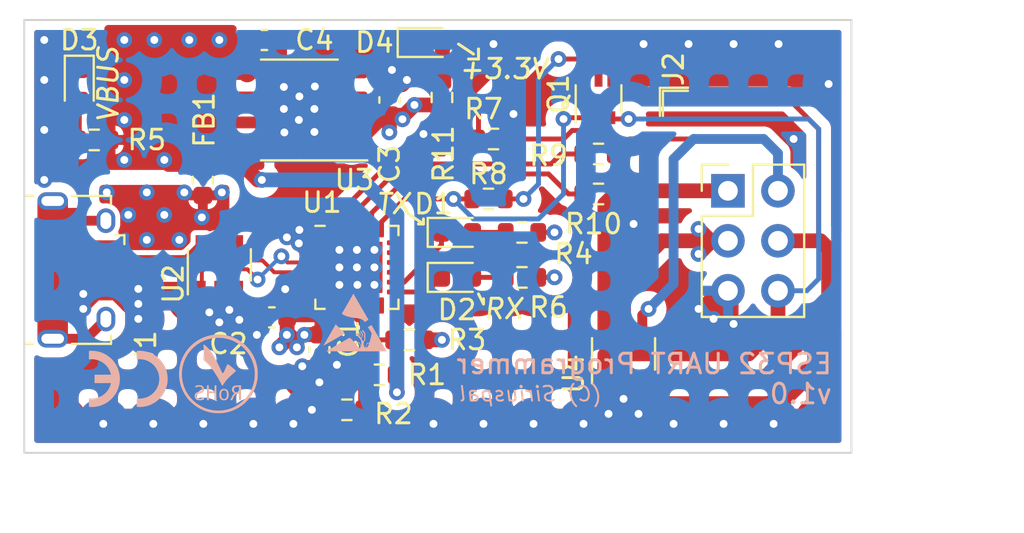
<source format=kicad_pcb>
(kicad_pcb (version 20211014) (generator pcbnew)
  (title_block (title "ESP Programming Board") (date "2021-12-27") (rev "1.0") (company "Siriuspal") (comment 1 "Version 1"))
  (layers (0 "F.Cu" signal) (1 "In1.Cu" power) (2 "In2.Cu" power) (31 "B.Cu" signal) (34 "B.Paste" user) (35 "F.Paste" user) (36 "B.SilkS" user "B.Silkscreen") (37 "F.SilkS" user "F.Silkscreen") (38 "B.Mask" user) (39 "F.Mask" user) (44 "Edge.Cuts" user))
  (net 0 "")
  (net 1 "+3V3")
  (net 2 "GND")
  (net 3 "VBUS")
  (net 4 "Net-(D1-Pad1)")
  (net 5 "Net-(D1-Pad2)")
  (net 6 "Net-(D2-Pad1)")
  (net 7 "Net-(D2-Pad2)")
  (net 8 "Net-(D3-Pad2)")
  (net 9 "Net-(D4-Pad2)")
  (net 10 "Net-(FB1-Pad1)")
  (net 11 "/D-")
  (net 12 "/D+")
  (net 14 "unconnected-(J1-Pad6)")
  (net 15 "/TXD")
  (net 16 "/RXD")
  (net 17 "/EN")
  (net 18 "/IO0")
  (net 19 "/~{RTS}")
  (net 20 "Net-(Q1-Pad5)")
  (net 21 "Net-(Q1-Pad2)")
  (net 22 "/~{DTR}")
  (net 23 "Net-(R1-Pad2)")
  (net 24 "Net-(R3-Pad2)")
  (net 25 "Net-(R9-Pad1)")
  (net 26 "Net-(R10-Pad1)")
  (footprint "Capacitor_SMD:C_0603_1608Metric" (layer "F.Cu") (at 116.586 92.964 -90)
    (fp_text reference "C1")
    (fp_text value "10uF" hide)
  )
  (footprint "Fiducial:Fiducial_0.5mm_Mask1mm" (layer "F.Cu") (at 142.19 77.676)
    (fp_text reference "FID3" hide)
    (fp_text value "Fiducial" hide)
  )
  (footprint "Package_DFN_QFN:QFN-24-1EP_4x4mm_P0.5mm_EP2.6x2.6mm" (layer "F.Cu") (at 118.491 88.773)
    (fp_text reference "U1")
    (fp_text value "CP2102N" hide)
  )
  (footprint "Package_SO:HTSOP-8-1EP_3.9x4.9mm_P1.27mm_EP2.4x3.2mm" (layer "F.Cu") (at 115.57 80.772 180)
    (fp_text reference "U3")
    (fp_text value "BD33HC0WEFJ-E2" hide)
  )
  (footprint "Fiducial:Fiducial_0.5mm_Mask1mm" (layer "F.Cu") (at 103.328 96.726)
    (fp_text reference "FID2" hide)
    (fp_text value "Fiducial" hide)
  )
  (footprint "Package_TO_SOT_SMD:SOT-363_SC-70-6" (layer "F.Cu") (at 130.76 80.216 90)
    (fp_text reference "Q1")
    (fp_text value "BC846S" hide)
  )
  (footprint "Package_SO:TSOP-6_1.65x3.05mm_P0.95mm" (layer "F.Cu") (at 111.506 88.646 90)
    (fp_text reference "U2")
    (fp_text value "SZNSP4201MR6T1G" hide)
  )
  (footprint "Resistor_SMD:R_0603_1608Metric" (layer "F.Cu") (at 125.172 85.296 180)
    (fp_text reference "R8")
    (fp_text value "10k" hide)
  )
  (footprint "Resistor_SMD:R_0603_1608Metric" (layer "F.Cu") (at 105.156 82.296 180)
    (fp_text reference "R5")
    (fp_text value "787R" hide)
  )
  (footprint "LED_SMD:LED_0603_1608Metric" (layer "F.Cu") (at 122.047 77.343)
    (fp_text reference "D4")
    (fp_text value "GN LED" hide)
  )
  (footprint "Resistor_SMD:R_0603_1608Metric" (layer "F.Cu") (at 121.158 92.456 180)
    (fp_text reference "R3")
    (fp_text value "1k" hide)
  )
  (footprint "Resistor_SMD:R_0603_1608Metric" (layer "F.Cu") (at 117.983 96.012 180)
    (fp_text reference "R2")
    (fp_text value "47.5k" hide)
  )
  (footprint "LED_SMD:LED_0603_1608Metric" (layer "F.Cu") (at 123.571 86.995)
    (fp_text reference "D1")
    (fp_text value "YL LED" hide)
  )
  (footprint "Resistor_SMD:R_0603_1608Metric" (layer "F.Cu") (at 130.76 83.01)
    (fp_text reference "R9")
    (fp_text value "1k" hide)
  )
  (footprint "Connector_PinHeader_2.54mm:PinHeader_2x03_P2.54mm_Vertical" (layer "F.Cu") (at 137.3307 84.8817)
    (fp_text reference "J2")
    (fp_text value "BHR-06-VUA" hide)
  )
  (footprint "LED_SMD:LED_0603_1608Metric" (layer "F.Cu") (at 104.394 79.502 -90)
    (fp_text reference "D3")
    (fp_text value "RD LED" hide)
  )
  (footprint "Resistor_SMD:R_0603_1608Metric" (layer "F.Cu") (at 126.873 86.995 180)
    (fp_text reference "R4")
    (fp_text value "787R" hide)
  )
  (footprint "Fiducial:Fiducial_0.5mm_Mask1mm" (layer "F.Cu") (at 142.19 96.726)
    (fp_text reference "FID1" hide)
    (fp_text value "Fiducial" hide)
  )
  (footprint "Resistor_SMD:R_0603_1608Metric" (layer "F.Cu") (at 119.634 94.234 180)
    (fp_text reference "R1")
    (fp_text value "22.1k" hide)
  )
  (footprint "Connector_USB:USB_Micro-B_Amphenol_10118194_Horizontal" (layer "F.Cu") (at 104.344 88.9 -90)
    (fp_text reference "J1")
    (fp_text value "USB Micro B" hide)
  )
  (footprint "LED_SMD:LED_0603_1608Metric" (layer "F.Cu") (at 123.571 89.281)
    (fp_text reference "D2")
    (fp_text value "OR LED" hide)
  )
  (footprint "Capacitor_SMD:C_0603_1608Metric" (layer "F.Cu") (at 120.142 80.264 90)
    (fp_text reference "C3")
    (fp_text value "10uF" hide)
  )
  (footprint "Capacitor_SMD:C_0603_1608Metric" (layer "F.Cu") (at 113.792 77.216)
    (fp_text reference "C4")
    (fp_text value "10uF" hide)
  )
  (footprint "Package_SO:TSOP-6_1.65x3.05mm_P0.95mm" (layer "F.Cu") (at 132.03 93.17 90)
    (fp_text reference "U4")
    (fp_text value "SZNSP4201MR6T1G" hide)
  )
  (footprint "Capacitor_SMD:C_0603_1608Metric" (layer "F.Cu") (at 114.173 91.313 180)
    (fp_text reference "C2")
    (fp_text value "0.1uF" hide)
  )
  (footprint "Resistor_SMD:R_0603_1608Metric" (layer "F.Cu") (at 126.873 89.281 180)
    (fp_text reference "R6")
    (fp_text value "787R" hide)
  )
  (footprint "Resistor_SMD:R_0603_1608Metric" (layer "F.Cu") (at 122.809 80.137 -90)
    (fp_text reference "R11")
    (fp_text value "560R" hide)
  )
  (footprint "Resistor_SMD:R_0603_1608Metric" (layer "F.Cu") (at 130.76 85.042)
    (fp_text reference "R10")
    (fp_text value "1k" hide)
  )
  (footprint "Inductor_SMD:L_0603_1608Metric" (layer "F.Cu") (at 110.6678 84.328 90)
    (fp_text reference "FB1")
    (fp_text value "FB 2A 0603" hide)
  )
  (footprint "Resistor_SMD:R_0603_1608Metric" (layer "F.Cu") (at 125.426 82.248 180)
    (fp_text reference "R7")
    (fp_text value "10k" hide)
  )
  (footprint "Symbol:CELogo" (layer "B.Cu") (at 106.884 94.44 180)
    (fp_text reference "G***" hide)
    (fp_text value "LOGO" hide)
  )
  (footprint "Symbol:RoHSLogo" (layer "B.Cu") (at 111.456 94.186 180)
    (fp_text reference "G***" hide)
    (fp_text value "LOGO" hide)
  )
  (footprint "Symbol:ESD_Susceptible" (layer "B.Cu") (at 118.314 91.646 180)
    (fp_text reference "G***" hide)
    (fp_text value "LOGO" hide)
  )
  (gr_line (start 124.41 77.93) (end 123.648 77.422) (layer "F.SilkS") (width 0.15))
  (gr_line (start 124.664 78.184) (end 124.664 77.676) (layer "F.SilkS") (width 0.15))
  (gr_line (start 121.108 86.058) (end 121.87 86.566) (layer "F.SilkS") (width 0.15))
  (gr_line (start 124.156 78.184) (end 124.664 78.184) (layer "F.SilkS") (width 0.15))
  (gr_line (start 124.918 90.63) (end 124.918 90.376) (layer "F.SilkS") (width 0.15))
  (gr_line (start 121.616 86.566) (end 121.87 86.566) (layer "F.SilkS") (width 0.15))
  (gr_line (start 121.87 86.566) (end 121.87 86.312) (layer "F.SilkS") (width 0.15))
  (gr_line (start 124.918 90.376) (end 124.918 90.63) (layer "F.SilkS") (width 0.15))
  (gr_line (start 124.664 90.122) (end 124.918 90.63) (layer "F.SilkS") (width 0.15))
  (gr_line (start 121.87 86.566) (end 121.616 86.566) (layer "F.SilkS") (width 0.15))
  (gr_line (start 124.664 77.676) (end 124.664 78.184) (layer "F.SilkS") (width 0.15))
  (gr_rect (start 101.6 76.2) (end 143.6 98.2) (layer "Edge.Cuts") (width 0.1) (fill none))
  (gr_text "v1.0" (at 142.698 95.202) (layer "B.SilkS") (effects (font (size 1 1)) (justify left mirror)))
  (gr_text "(C) Siriuspal" (at 131.014 95.202) (layer "B.SilkS") (effects (font (size 0.75 0.75) (thickness 0.1) italic) (justify left mirror)))
  (gr_text "ESP32 UART Programmer" (at 142.698 93.678) (layer "B.SilkS") (effects (font (size 1 1)) (justify left mirror)))
  (segment (start 117.16648 91.60852) (end 117.16648 90.78502) (width 0.5) (layer "F.Cu") (net 1))
  (segment (start 133.9683 87.4217) (end 137.3307 87.4217) (width 0.75) (layer "F.Cu") (net 1))
  (segment (start 116.5535 90.023) (end 116.5535 89.59752) (width 0.5) (layer "F.Cu") (net 1))
  (segment (start 120.599072 81.039) (end 120.804237 81.244165) (width 0.75) (layer "F.Cu") (net 1))
  (segment (start 127.698 89.281) (end 128.524 89.281) (width 0.25) (layer "F.Cu") (net 1))
  (segment (start 114.948 92.088) (end 115.443 92.583) (width 0.75) (layer "F.Cu") (net 1))
  (segment (start 117.241 90.7105) (end 117.241 91.534) (width 0.25) (layer "F.Cu") (net 1))
  (segment (start 118.872 81.153) (end 120.028 81.153) (width 0.75) (layer "F.Cu") (net 1))
  (segment (start 120.142 81.039) (end 120.142 81.906402) (width 0.75) (layer "F.Cu") (net 1))
  (segment (start 116.586 92.189) (end 116.586 90.0555) (width 0.5) (layer "F.Cu") (net 1))
  (segment (start 118.22 81.407) (end 118.474 81.153) (width 0.75) (layer "F.Cu") (net 1))
  (segment (start 115.837 92.189) (end 115.824 92.202) (width 0.75) (layer "F.Cu") (net 1))
  (segment (start 115.5505 90.7105) (end 114.948 91.313) (width 0.25) (layer "F.Cu") (net 1))
  (segment (start 116.586 92.189) (end 115.837 92.189) (width 0.75) (layer "F.Cu") (net 1))
  (segment (start 114.948 91.313) (end 116.713 91.313) (width 0.5) (layer "F.Cu") (net 1))
  (segment (start 116.713 91.313) (end 116.84 91.44) (width 0.5) (layer "F.Cu") (net 1))
  (segment (start 127.698 86.995) (end 128.524 86.995) (width 0.25) (layer "F.Cu") (net 1))
  (segment (start 118.22 81.805) (end 118.872 81.153) (width 0.75) (layer "F.Cu") (net 1))
  (segment (start 118.474 81.153) (end 118.872 81.153) (width 0.75) (layer "F.Cu") (net 1))
  (segment (start 114.948 91.313) (end 114.948 92.443) (width 0.75) (layer "F.Cu") (net 1))
  (segment (start 119.858 81.039) (end 118.22 82.677) (width 0.75) (layer "F.Cu") (net 1))
  (segment (start 121.983 92.456) (end 122.809 92.456) (width 0.75) (layer "F.Cu") (net 1))
  (segment (start 136.4417 87.4217) (end 135.84 86.82) (width 0.75) (layer "F.Cu") (net 1))
  (segment (start 120.891 81.039) (end 119.858 81.039) (width 0.75) (layer "F.Cu") (net 1))
  (segment (start 136.5083 87.4217) (end 135.84 88.09) (width 0.75) (layer "F.Cu") (net 1))
  (segment (start 117.241 90.7105) (end 115.5505 90.7105) (width 0.25) (layer "F.Cu") (net 1))
  (segment (start 122.365 80.518) (end 122.809 80.962) (width 0.75) (layer "F.Cu") (net 1))
  (segment (start 114.948 92.189) (end 114.935 92.202) (width 0.75) (layer "F.Cu") (net 1))
  (segment (start 120.142 81.906402) (end 120.137701 81.910701) (width 0.75) (layer "F.Cu") (net 1))
  (segment (start 121.412 80.518) (end 122.365 80.518) (width 0.75) (layer "F.Cu") (net 1))
  (segment (start 116.586 92.189) (end 117.16648 91.60852) (width 0.5) (layer "F.Cu") (net 1))
  (segment (start 121.412 80.518) (end 120.891 81.039) (width 0.75) (layer "F.Cu") (net 1))
  (segment (start 132.03 92.01) (end 132.03 89.36) (width 0.75) (layer "F.Cu") (net 1))
  (segment (start 115.2635 91.313) (end 116.5535 90.023) (width 0.5) (layer "F.Cu") (net 1))
  (segment (start 115.824 91.313) (end 116.205 90.932) (width 0.5) (layer "F.Cu") (net 1))
  (segment (start 116.5535 90.023) (end 116.5535 89.523) (width 0.25) (layer "F.Cu") (net 1))
  (segment (start 132.03 89.36) (end 133.9683 87.4217) (width 0.75) (layer "F.Cu") (net 1))
  (segment (start 118.22 82.677) (end 118.22 81.407) (width 0.75) (layer "F.Cu") (net 1))
  (segment (start 115.443 92.583) (end 115.443 92.837) (width 0.75) (layer "F.Cu") (net 1))
  (segment (start 117.241 91.534) (end 116.586 92.189) (width 0.25) (layer "F.Cu") (net 1))
  (segment (start 116.6385 91.313) (end 117.16648 90.78502) (width 0.5) (layer "F.Cu") (net 1))
  (segment (start 116.586 90.0555) (end 116.5535 90.023) (width 0.5) (layer "F.Cu") (net 1))
  (segment (start 114.948 92.443) (end 114.554 92.837) (width 0.75) (layer "F.Cu") (net 1))
  (segment (start 120.028 81.153) (end 120.142 81.039) (width 0.75) (layer "F.Cu") (net 1))
  (via (at 135.84 88.09) (size 0.8) (drill 0.4) (layers "F.Cu" "B.Cu") (net 1))
  (via (at 115.443 92.837) (size 0.8) (drill 0.4) (layers "F.Cu" "B.Cu") (net 1))
  (via (at 128.524 86.995) (size 0.8) (drill 0.4) (layers "F.Cu" "B.Cu") (net 1))
  (via (at 114.554 92.837) (size 0.8) (drill 0.4) (layers "F.Cu" "B.Cu") (net 1))
  (via (at 120.137701 81.910701) (size 0.8) (drill 0.4) (layers "F.Cu" "B.Cu") (net 1))
  (via (at 120.804237 81.244165) (size 0.8) (drill 0.4) (layers "F.Cu" "B.Cu") (net 1))
  (via (at 121.412 80.518) (size 0.8) (drill 0.4) (layers "F.Cu" "B.Cu") (net 1))
  (via (at 114.935 92.202) (size 0.8) (drill 0.4) (layers "F.Cu" "B.Cu") (net 1))
  (via (at 115.824 92.202) (size 0.8) (drill 0.4) (layers "F.Cu" "B.Cu") (net 1))
  (via (at 122.809 92.456) (size 0.8) (drill 0.4) (layers "F.Cu" "B.Cu") (net 1))
  (via (at 135.84 86.82) (size 0.8) (drill 0.4) (layers "F.Cu" "B.Cu") (net 1))
  (via (at 128.524 89.281) (size 0.8) (drill 0.4) (layers "F.Cu" "B.Cu") (net 1))
  (segment (start 106.757 90.503) (end 106.757 90.757) (width 0.5) (layer "F.Cu") (net 2))
  (segment (start 116.093672 88.023) (end 115.57 87.499328) (width 0.25) (layer "F.Cu") (net 2))
  (segment (start 106.757 90.757) (end 106.2 90.2) (width 0.5) (layer "F.Cu") (net 2))
  (segment (start 137.618 91.138) (end 137.618 90.249) (width 0.5) (layer "F.Cu") (net 2))
  (segment (start 120.142 78.867) (end 120.269 78.74) (width 0.75) (layer "F.Cu") (net 2))
  (segment (start 137.11 91.138) (end 136.983 91.011) (width 0.5) (layer "F.Cu") (net 2))
  (segment (start 121.2595 77.343) (end 121.2595 77.7495) (width 0.75) (layer "F.Cu") (net 2))
  (segment (start 116.586 93.739) (end 117.462 93.739) (width 0.5) (layer "F.Cu") (net 2))
  (segment (start 135.84 90.884) (end 136.4084 90.884) (width 0.5) (layer "F.Cu") (net 2))
  (segment (start 104.676 90.2) (end 107.06 90.2) (width 0.5) (layer "F.Cu") (net 2))
  (segment (start 136.348 90.376) (end 136.983 91.011) (width 0.5) (layer "F.Cu") (net 2))
  (segment (start 116.0107 88.023) (end 115.5415 87.5538) (width 0.25) (layer "F.Cu") (net 2))
  (segment (start 115.776631 93.739) (end 115.717585 93.798046) (width 0.5) (layer "F.Cu") (net 2))
  (segment (start 121.2595 77.7495) (end 120.269 78.74) (width 0.75) (layer "F.Cu") (net 2))
  (segment (start 136.348 90.376) (end 135.84 90.884) (width 0.5) (layer "F.Cu") (net 2))
  (segment (start 117.158 96.012) (end 116.205 96.012) (width 0.5) (layer "F.Cu") (net 2))
  (segment (start 136.4084 90.884) (end 137.3307 89.9617) (width 0.5) (layer "F.Cu") (net 2))
  (segment (start 120.142 79.489) (end 120.142 78.867) (width 0.75) (layer "F.Cu") (net 2))
  (segment (start 137.618 91.138) (end 137.11 91.138) (width 0.5) (layer "F.Cu") (net 2))
  (segment (start 113.398 92.189) (end 113.411 92.202) (width 0.5) (layer "F.Cu") (net 2))
  (segment (start 132.03 95.456) (end 132.792 96.218) (width 0.75) (layer "F.Cu") (net 2))
  (segment (start 114.567 79.134) (end 114.808 79.375) (width 0.75) (layer "F.Cu") (net 2))
  (segment (start 104.598 90.884) (end 105.282 90.2) (width 0.5) (layer "F.Cu") (net 2))
  (segment (start 106.757 90.503) (end 107.392 89.868) (width 0.5) (layer "F.Cu") (net 2))
  (segment (start 107.472 90.2) (end 107.392 90.28) (width 0.5) (layer "F.Cu") (net 2))
  (segment (start 137.3307 89.9617) (end 137.3307 90.6633) (width 0.5) (layer "F.Cu") (net 2))
  (segment (start 117.158 96.012) (end 117.158 95.187) (width 0.5) (layer "F.Cu") (net 2))
  (segment (start 117.462 93.739) (end 117.475 93.726) (width 0.5) (layer "F.Cu") (net 2))
  (segment (start 108.047489 90.199511) (end 107.715978 89.868) (width 0.5) (layer "F.Cu") (net 2))
  (segment (start 104.598 90.122) (end 104.676 90.2) (width 0.5) (layer "F.Cu") (net 2))
  (segment (start 113.398 91.313) (end 113.398 92.189) (width 0.5) (layer "F.Cu") (net 2))
  (segment (start 116.9162 80.137) (end 116.3574 79.5782) (width 0.75) (layer "F.Cu") (net 2))
  (segment (start 120.79 79.489) (end 121.031 79.248) (width 0.75) (layer "F.Cu") (net 2))
  (segment (start 120.142 79.489) (end 120.79 79.489) (width 0.75) (layer "F.Cu") (net 2))
  (segment (start 132.03 95.456) (end 131.268 96.218) (width 0.75) (layer "F.Cu") (net 2))
  (segment (start 112.649 91.313) (end 112.522 91.44) (width 0.5) (layer "F.Cu") (net 2))
  (segment (start 107.392 90.28) (end 107.392 90.63) (width 0.5) (layer "F.Cu") (net 2))
  (segment (start 137.618 91.646) (end 137.618 91.138) (width 0.5) (layer "F.Cu") (net 2))
  (segment (start 111.125 90.932) (end 112.014 90.932) (width 0.5) (layer "F.Cu") (net 2))
  (segment (start 116.586 93.739) (end 115.776631 93.739) (width 0.5) (layer "F.Cu") (net 2))
  (segment (start 115.6208 80.137) (end 118.22 80.137) (width 0.75) (layer "F.Cu") (net 2))
  (segment (start 113.398 91.313) (end 112.649 91.313) (width 0.5) (layer "F.Cu") (net 2))
  (segment (start 115.709 88.023) (end 114.935 87.249) (width 0.25) (layer "F.Cu") (net 2))
  (segment (start 113.417 91.313) (end 114.85 89.88) (width 0.5) (layer "F.Cu") (net 2))
  (segment (start 132.03 94.33) (end 132.03 95.456) (width 0.75) (layer "F.Cu") (net 2))
  (segment (start 107.715978 89.868) (end 107.392 89.868) (width 0.5) (layer "F.Cu") (net 2))
  (segment (start 131.268 96.218) (end 132.792 96.218) (width 0.75) (layer "F.Cu") (net 2))
  (segment (start 116.9162 80.137) (end 116.332 80.7212) (width 0.75) (layer "F.Cu") (net 2))
  (segment (start 107.392 90.63) (end 106.962 90.2) (width 0.5) (layer "F.Cu") (net 2))
  (segment (start 116.586 93.739) (end 116.586 94.615) (width 0.5) (layer "F.Cu") (net 2))
  (segment (start 136.7623 89.9617) (end 136.348 90.376) (width 0.5) (layer "F.Cu") (net 2))
  (segment (start 117.158 95.187) (end 116.586 94.615) (width 0.5) (layer "F.Cu") (net 2))
  (segment (start 107.392 91.392) (end 106.757 90.757) (width 0.5) (layer "F.Cu") (net 2))
  (segment (start 136.602 91.392) (end 137.3307 90.6633) (width 0.5) (layer "F.Cu") (net 2))
  (segment (start 115.57 87.499328) (end 115.57 86.868) (width 0.25) (layer "F.Cu") (net 2))
  (segment (start 114.567 77.216) (end 114.567 79.134) (width 0.75) (layer "F.Cu") (net 2))
  (segment (start 110.998 91.059) (end 111.125 90.932) (width 0.5) (layer "F.Cu") (net 2))
  (segment (start 111.506 89.806) (end 111.506 91.567) (width 0.5) (layer "F.Cu") (net 2))
  (segment (start 116.5535 88.023) (end 115.709 88.023) (width 0.25) (layer "F.Cu") (net 2))
  (via (at 119.38 89.662) (size 0.8) (drill 0.4) (layers "F.Cu" "B.Cu") (net 2))
  (via (at 107.392 89.868) (size 0.8) (drill 0.4) (layers "F.Cu" "B.Cu") (net 2))
  (via (at 116.3574 79.5782) (size 0.8) (drill 0.4) (layers "F.Cu" "B.Cu") (net 2))
  (via (at 112.522 91.44) (size 0.8) (drill 0.4) (layers "F.Cu" "B.Cu") (net 2))
  (via (at 102.616 81.788) (size 0.8) (drill 0.4) (layers "F.Cu" "B.Cu") (net 2))
  (via (at 140.666 82.248) (size 0.8) (drill 0.4) (layers "F.Cu" "B.Cu") (net 2))
  (via (at 137.618 77.422) (size 0.8) (drill 0.4) (layers "F.Cu" "B.Cu") (net 2))
  (via (at 116.332 80.7212) (size 0.8) (drill 0.4) (layers "F.Cu" "B.Cu") (net 2))
  (via (at 119.38 88.773) (size 0.8) (drill 0.4) (layers "F.Cu" "B.Cu") (net 2))
  (via (at 104.598 90.122) (size 0.8) (drill 0.4) (layers "F.Cu" "B.Cu") (net 2))
  (via (at 132.03 95.456) (size 0.8) (drill 0.4) (layers "F.Cu" "B.Cu") (net 2))
  (via (at 132.792 96.218) (size 0.8) (drill 0.4) (layers "F.Cu" "B.Cu") (net 2))
  (via (at 116.332 81.8896) (size 0.8) (drill 0.4) (layers "F.Cu" "B.Cu") (net 2))
  (via (at 117.602 87.884) (size 0.8) (drill 0.4) (layers "F.Cu" "B.Cu") (net 2))
  (via (at 137.11 96.726) (size 0.8) (drill 0.4) (layers "F.Cu" "B.Cu") (net 2))
  (via (at 107.392 91.392) (size 0.8) (drill 0.4) (layers "F.Cu" "B.Cu") (net 2))
  (via (at 113.234 96.726) (size 0.8) (drill 0.4) (layers "F.Cu" "B.Cu") (net 2))
  (via (at 114.808 81.915) (size 0.8) (drill 0.4) (layers "F.Cu" "B.Cu") (net 2))
  (via (at 135.332 77.422) (size 0.8) (drill 0.4) (layers "F.Cu" "B.Cu") (net 2))
  (via (at 121.031 79.248) (size 0.8) (drill 0.4) (layers "F.Cu" "B.Cu") (net 2))
  (via (at 114.85 89.88) (size 0.8) (drill 0.4) (layers "F.Cu" "B.Cu") (net 2))
  (via (at 104.598 90.884) (size 0.8) (drill 0.4) (layers "F.Cu" "B.Cu") (net 2))
  (via (at 117.475 93.726) (size 0.8) (drill 0.4) (layers "F.Cu" "B.Cu") (net 2))
  (via (at 114.7826 80.7212) (size 0.8) (drill 0.4) (layers "F.Cu" "B.Cu") (net 2))
  (via (at 129.998 96.726) (size 0.8) (drill 0.4) (layers "F.Cu" "B.Cu") (net 2))
  (via (at 115.5415 87.5538) (size 0.8) (drill 0.4) (layers "F.Cu" "B.Cu") (net 2))
  (via (at 115.5446 81.28) (size 0.8) (drill 0.4) (layers "F.Cu" "B.Cu") (net 2))
  (via (at 114.7826 79.6036) (size 0.8) (drill 0.4) (layers "F.Cu" "B.Cu") (net 2))
  (via (at 112.014 90.932) (size 0.8) (drill 0.4) (layers "F.Cu" "B.Cu") (net 2))
  (via (at 122.378 96.726) (size 0.8) (drill 0.4) (layers "F.Cu" "B.Cu") (net 2))
  (via (at 119.38 87.884) (size 0.8) (drill 0.4) (layers "F.Cu" "B.Cu") (net 2))
  (via (at 115.57 80.0862) (size 0.8) (drill 0.4) (layers "F.Cu" "B.Cu") (net 2))
  (via (at 116.205 96.012) (size 0.8) (drill 0.4) (layers "F.Cu" "B.Cu") (net 2))
  (via (at 134.57 96.726) (size 0.8) (drill 0.4) (layers "F.Cu" "B.Cu") (net 2))
  (via (at 107.392 90.63) (size 0.8) (drill 0.4) (layers "F.Cu" "B.Cu") (net 2))
  (via (at 136.602 91.392) (size 0.8) (drill 0.4) (layers "F.Cu" "B.Cu") (net 2))
  (via (at 102.616 79.248) (size 0.8) (drill 0.4) (layers "F.Cu" "B.Cu") (net 2))
  (via (at 121.87 81.994) (size 0.8) (drill 0.4) (layers "F.Cu" "B.Cu") (net 2))
  (via (at 137.618 91.646) (size 0.8) (drill 0.4) (layers "F.Cu" "B.Cu") (net 2))
  (via (at 117.602 89.662) (size 0.8) (drill 0.4) (layers "F.Cu" "B.Cu") (net 2))
  (via (at 131.268 96.218) (size 0.8) (drill 0.4) (layers "F.Cu" "B.Cu") (net 2))
  (via (at 135.84 90.884) (size 0.8) (drill 0.4) (layers "F.Cu" "B.Cu") (net 2))
  (via (at 113.411 92.202) (size 0.8) (drill 0.4) (layers "F.Cu" "B.Cu") (net 2))
  (via (at 124.918 96.726) (size 0.8) (drill 0.4) (layers "F.Cu" "B.Cu") (net 2))
  (via (at 110.694 96.726) (size 0.8) (drill 0.4) (layers "F.Cu" "B.Cu") (net 2))
  (via (at 125.426 77.422) (size 0.8) (drill 0.4) (layers "F.Cu" "B.Cu") (net 2))
  (via (at 142.444 79.454) (size 0.8) (drill 0.4) (layers "F.Cu" "B.Cu") (net 2))
  (via (at 118.491 87.884) (size 0.8) (drill 0.4) (layers "F.Cu" "B.Cu") (net 2))
  (via (at 108.154 96.726) (size 0.8) (drill 0.4) (layers "F.Cu" "B.Cu") (net 2))
  (via (at 114.935 87.249) (size 0.8) (drill 0.4) (layers "F.Cu" "B.Cu") (net 2))
  (via (at 115.266 96.726) (size 0.8) (drill 0.4) (layers "F.Cu" "B.Cu") (net 2))
  (via (at 115.717585 93.798046) (size 0.8) (drill 0.4) (layers "F.Cu" "B.Cu") (net 2))
  (via (at 132.538 86.566) (size 0.8) (drill 0.4) (layers "F.Cu" "B.Cu") (net 2))
  (via (at 127.458 96.726) (size 0.8) (drill 0.4) (layers "F.Cu" "B.Cu") (net 2))
  (via (at 139.904 77.422) (size 0.8) (drill 0.4) (layers "F.Cu" "B.Cu") (net 2))
  (via (at 133.046 77.422) (size 0.8) (drill 0.4) (layers "F.Cu" "B.Cu") (net 2))
  (via (at 102.616 84.328) (size 0.8) (drill 0.4) (layers "F.Cu" "B.Cu") (net 2))
  (via (at 102.616 77.216) (size 0.8) (drill 0.4) (layers "F.Cu" "B.Cu") (net 2))
  (via (at 110.998 91.059) (size 0.8) (drill 0.4) (layers "F.Cu" "B.Cu") (net 2))
  (via (at 139.65 96.726) (size 0.8) (drill 0.4) (layers "F.Cu" "B.Cu") (net 2))
  (via (at 117.602 88.773) (size 0.8) (drill 0.4) (layers "F.Cu" "B.Cu") (net 2))
  (via (at 126.442 80.978) (size 0.8) (drill 0.4) (layers "F.Cu" "B.Cu") (net 2))
  (via (at 118.5164 89.662) (size 0.8) (drill 0.4) (layers "F.Cu" "B.Cu") (net 2))
  (via (at 118.491 88.773) (size 0.8) (drill 0.4) (layers "F.Cu" "B.Cu") (net 2))
  (via (at 120.269 78.74) (size 0.8) (drill 0.4) (layers "F.Cu" "B.Cu") (net 2))
  (via (at 105.614 96.726) (size 0.8) (drill 0.4) (layers "F.Cu" "B.Cu") (net 2))
  (via (at 116.586 94.615) (size 0.8) (drill 0.4) (layers "F.Cu" "B.Cu") (net 2))
  (via (at 111.506 91.567) (size 0.8) (drill 0.4) (layers "F.Cu" "B.Cu") (net 2))
  (via (at 115.57 86.868) (size 0.8) (drill 0.4) (layers "F.Cu" "B.Cu") (net 2))
  (segment (start 113.017 77.216) (end 113.017 78.77) (width 1) (layer "F.Cu") (net 3))
  (segment (start 109.982 77.216) (end 113.017 77.216) (width 0.75) (layer "F.Cu") (net 3))
  (segment (start 112.92 82.677) (end 112.92 83.295) (width 0.75) (layer "F.Cu") (net 3))
  (segment (start 112.92 78.867) (end 112.92 78.63) (width 0.75) (layer "F.Cu") (net 3))
  (segment (start 110.6678 83.5405) (end 108.9405 83.5405) (width 0.75) (layer "F.Cu") (net 3))
  (segment (start 113.665 84.328) (end 113.462 84.328) (width 0.75) (layer "F.Cu") (net 3))
  (segment (start 120.459 95.059) (end 120.523 95.123) (width 0.5) (layer "F.Cu") (net 3))
  (segment (start 112.92 82.677) (end 109.347 82.677) (width 0.75) (layer "F.Cu") (net 3))
  (segment (start 112.92 78.867) (end 111.633 78.867) (width 0.75) (layer "F.Cu") (net 3))
  (segment (start 112.0565 83.5405) (end 112.92 82.677) (width 0.75) (layer "F.Cu") (net 3))
  (segment (start 111.506 77.216) (end 111.252 77.47) (width 0.75) (layer "F.Cu") (net 3))
  (segment (start 112.92 78.63) (end 111.506 77.216) (width 0.75) (layer "F.Cu") (net 3))
  (segment (start 111.379 78.613) (end 109.982 77.216) (width 0.75) (layer "F.Cu") (net 3))
  (segment (start 109.347 82.677) (end 108.966 83.058) (width 0.75) (layer "F.Cu") (net 3))
  (segment (start 112.92 83.295) (end 109.203 83.295) (width 0.75) (layer "F.Cu") (net 3))
  (segment (start 113.462 84.328) (end 112.6745 83.5405) (width 0.75) (layer "F.Cu") (net 3))
  (segment (start 120.459 94.234) (end 120.459 95.059) (width 0.5) (layer "F.Cu") (net 3))
  (segment (start 113.017 77.216) (end 113.017 77.483) (width 0.75) (layer "F.Cu") (net 3))
  (segment (start 112.92 83.295) (end 112.6745 83.5405) (width 0.75) (layer "F.Cu") (net 3))
  (segment (start 111.252 77.47) (end 111.252 77.724) (width 0.75) (layer "F.Cu") (net 3))
  (segment (start 109.203 83.295) (end 108.966 83.058) (width 0.75) (layer "F.Cu") (net 3))
  (segment (start 108.9405 83.5405) (end 108.712 83.312) (width 0.75) (layer "F.Cu") (net 3))
  (segment (start 111.633 78.867) (end 111.379 78.613) (width 0.75) (layer "F.Cu") (net 3))
  (segment (start 113.017 78.77) (end 112.92 78.867) (width 1) (layer "F.Cu") (net 3))
  (segment (start 110.6678 83.5405) (end 112.6745 83.5405) (width 0.75) (layer "F.Cu") (net 3))
  (segment (start 113.017 77.483) (end 111.633 78.867) (width 0.75) (layer "F.Cu") (net 3))
  (segment (start 108.966 83.058) (end 108.712 83.312) (width 0.75) (layer "F.Cu") (net 3))
  (segment (start 112.776 77.216) (end 111.379 78.613) (width 0.75) (layer "F.Cu") (net 3))
  (via (at 106.68 81.28) (size 0.8) (drill 0.4) (layers "F.Cu" "B.Cu") (net 3))
  (via (at 109.982 77.216) (size 0.8) (drill 0.4) (layers "F.Cu" "B.Cu") (net 3))
  (via (at 108.712 83.312) (size 0.8) (drill 0.4) (layers "F.Cu" "B.Cu") (net 3))
  (via (at 106.68 77.216) (size 0.8) (drill 0.4) (layers "F.Cu" "B.Cu") (net 3))
  (via (at 106.68 83.312) (size 0.8) (drill 0.4) (layers "F.Cu" "B.Cu") (net 3))
  (via (at 106.68 79.248) (size 0.8) (drill 0.4) (layers "F.Cu" "B.Cu") (net 3))
  (via (at 113.665 84.328) (size 0.8) (drill 0.4) (layers "F.Cu" "B.Cu") (net 3))
  (via (at 108.204 77.216) (size 0.8) (drill 0.4) (layers "F.Cu" "B.Cu") (net 3))
  (via (at 120.523 95.123) (size 0.8) (drill 0.4) (layers "F.Cu" "B.Cu") (net 3))
  (via (at 111.506 77.216) (size 0.8) (drill 0.4) (layers "F.Cu" "B.Cu") (net 3))
  (segment (start 113.665 84.328) (end 118.745 84.328) (width 0.75) (layer "B.Cu") (net 3))
  (segment (start 118.745 84.328) (end 120.523 86.106) (width 0.75) (layer "B.Cu") (net 3))
  (segment (start 120.523 95.123) (end 120.523 86.106) (width 0.75) (layer "B.Cu") (net 3))
  (segment (start 120.4285 89.523) (end 120.888328 89.523) (width 0.25) (layer "F.Cu") (net 4))
  (segment (start 120.888328 89.523) (end 122.7835 87.627828) (width 0.25) (layer "F.Cu") (net 4))
  (segment (start 122.7835 87.627828) (end 122.7835 86.995) (width 0.25) (layer "F.Cu") (net 4))
  (segment (start 124.3585 86.995) (end 126.048 86.995) (width 0.25) (layer "F.Cu") (net 5))
  (segment (start 122.0415 90.023) (end 120.4285 90.023) (width 0.25) (layer "F.Cu") (net 6))
  (segment (start 122.7835 89.281) (end 122.0415 90.023) (width 0.25) (layer "F.Cu") (net 6))
  (segment (start 124.3585 89.281) (end 126.048 89.281) (width 0.25) (layer "F.Cu") (net 7))
  (segment (start 104.394 80.2895) (end 104.394 82.233) (width 0.25) (layer "F.Cu") (net 8))
  (segment (start 122.8345 79.2865) (end 122.809 79.312) (width 0.75) (layer "F.Cu") (net 9))
  (segment (start 122.8345 77.343) (end 122.8345 79.2865) (width 0.75) (layer "F.Cu") (net 9))
  (via (at 106.884 86.106) (size 0.8) (drill 0.4) (layers "F.Cu" "B.Cu") (net 10))
  (via (at 108.712 86.106) (size 0.8) (drill 0.4) (layers "F.Cu" "B.Cu") (net 10))
  (via (at 109.474 87.376) (size 0.8) (drill 0.4) (layers "F.Cu" "B.Cu") (net 10))
  (via (at 111.633 84.963) (size 0.8) (drill 0.4) (layers "F.Cu" "B.Cu") (net 10))
  (via (at 109.728 84.963) (size 0.8) (drill 0.4) (layers "F.Cu" "B.Cu") (net 10))
  (via (at 105.791 84.963) (size 0.8) (drill 0.4) (layers "F.Cu" "B.Cu") (net 10))
  (via (at 107.823 84.963) (size 0.8) (drill 0.4) (layers "F.Cu" "B.Cu") (net 10))
  (via (at 110.617 86.233) (size 0.8) (drill 0.4) (layers "F.Cu" "B.Cu") (net 10))
  (via (at 107.823 87.376) (size 0.8) (drill 0.4) (layers "F.Cu" "B.Cu") (net 10))
  (segment (start 110.556 87.486) (end 109.792 88.25) (width 0.2) (layer "F.Cu") (net 11))
  (segment (start 110.651489 88.265) (end 110.807489 88.421) (width 0.2) (layer "F.Cu") (net 11))
  (segment (start 113.694 88.421) (end 114.296 89.023) (width 0.2) (layer "F.Cu") (net 11))
  (segment (start 114.296 89.023) (end 116.5535 89.023) (width 0.2) (layer "F.Cu") (net 11))
  (segment (start 109.792 88.25) (end 105.744 88.25) (width 0.2) (layer "F.Cu") (net 11))
  (segment (start 110.651489 87.486) (end 110.651489 88.265) (width 0.2) (layer "F.Cu") (net 11))
  (segment (start 110.807489 88.421) (end 113.694 88.421) (width 0.2) (layer "F.Cu") (net 11))
  (segment (start 110.617 88.983489) (end 110.729488 88.871001) (width 0.2) (layer "F.Cu") (net 12))
  (segment (start 114.971212 88.523) (end 114.657387 88.209175) (width 0.2) (layer "F.Cu") (net 12))
  (segment (start 116.5535 88.523) (end 114.971212 88.523) (width 0.2) (layer "F.Cu") (net 12))
  (segment (start 109.65 88.9) (end 105.744 88.9) (width 0.2) (layer "F.Cu") (net 12))
  (segment (start 110.617 89.745) (end 110.617 88.983489) (width 0.2) (layer "F.Cu") (net 12))
  (segment (start 112.928995 88.871001) (end 113.446997 89.389003) (width 0.2) (layer "F.Cu") (net 12))
  (segment (start 110.556 89.806) (end 109.65 88.9) (width 0.2) (layer "F.Cu") (net 12))
  (segment (start 110.729488 88.871001) (end 112.928995 88.871001) (width 0.2) (layer "F.Cu") (net 12))
  (via (at 113.446997 89.389003) (size 0.8) (drill 0.4) (layers "F.Cu" "B.Cu") (net 12))
  (via (at 114.657387 88.209175) (size 0.8) (drill 0.4) (layers "F.Cu" "B.Cu") (net 12))
  (segment (start 114.657387 88.209175) (end 114.626825 88.209175) (width 0.2) (layer "B.Cu") (net 12))
  (segment (start 114.626825 88.209175) (end 113.446997 89.389003) (width 0.2) (layer "B.Cu") (net 12))
  (segment (start 103.044 86) (end 103.044 87.9) (width 0.5) (layer "F.Cu") (net 14))
  (segment (start 105.744 86.4) (end 104.637 86.4) (width 0.5) (layer "F.Cu") (net 14))
  (segment (start 103.044 92.4) (end 104.744 92.4) (width 0.5) (layer "F.Cu") (net 14))
  (segment (start 103.044 91.8) (end 103.044 92.4) (width 0.5) (layer "F.Cu") (net 14))
  (segment (start 104.637 86.4) (end 104.237 86) (width 0.5) (layer "F.Cu") (net 14))
  (segment (start 103.044 89.9) (end 103.044 87.9) (width 0.5) (layer "F.Cu") (net 14))
  (segment (start 104.237 86) (end 103.044 86) (width 0.5) (layer "F.Cu") (net 14))
  (segment (start 104.744 92.4) (end 105.744 91.4) (width 0.5) (layer "F.Cu") (net 14))
  (segment (start 103.044 91.8) (end 103.044 89.9) (width 0.5) (layer "F.Cu") (net 14))
  (segment (start 103.044 85.4) (end 103.044 86) (width 0.5) (layer "F.Cu") (net 14))
  (segment (start 137.3307 84.8817) (end 131.7453 84.8817) (width 0.75) (layer "F.Cu") (net 15))
  (segment (start 131.08 85.547) (end 131.08 92.01) (width 0.75) (layer "F.Cu") (net 15))
  (segment (start 131.585 85.042) (end 131.08 85.547) (width 0.75) (layer "F.Cu") (net 15))
  (segment (start 131.7453 84.8817) (end 131.585 85.042) (width 0.75) (layer "F.Cu") (net 15))
  (segment (start 131.585 83.01) (end 132.347 82.248) (width 0.25) (layer "F.Cu") (net 16))
  (segment (start 132.347 82.248) (end 139.142 82.248) (width 0.25) (layer "F.Cu") (net 16))
  (segment (start 139.142 82.248) (end 139.8707 82.9767) (width 0.25) (layer "F.Cu") (net 16))
  (segment (start 132.98 91.204) (end 133.3 90.884) (width 0.5) (layer "F.Cu") (net 16))
  (segment (start 132.98 92.01) (end 132.98 91.204) (width 0.5) (layer "F.Cu") (net 16))
  (segment (start 139.8707 82.9767) (end 139.8707 84.8817) (width 0.25) (layer "F.Cu") (net 16))
  (via (at 133.3 90.884) (size 0.8) (drill 0.4) (layers "F.Cu" "B.Cu") (net 16))
  (segment (start 139.8707 82.9767) (end 139.8707 84.8817) (width 0.5) (layer "B.Cu") (net 16))
  (segment (start 134.57 83.264) (end 135.586 82.248) (width 0.5) (layer "B.Cu") (net 16))
  (segment (start 139.142 82.248) (end 139.8707 82.9767) (width 0.5) (layer "B.Cu") (net 16))
  (segment (start 133.3 90.884) (end 134.57 89.614) (width 0.5) (layer "B.Cu") (net 16))
  (segment (start 135.586 82.248) (end 139.142 82.248) (width 0.5) (layer "B.Cu") (net 16))
  (segment (start 134.57 89.614) (end 134.57 83.264) (width 0.5) (layer "B.Cu") (net 16))
  (segment (start 142.0297 87.4217) (end 142.444 87.836) (width 0.75) (layer "F.Cu") (net 17))
  (segment (start 141.936 81.74) (end 141.936 87.074) (width 0.25) (layer "F.Cu") (net 17))
  (segment (start 133.09 94.44) (end 132.98 94.33) (width 0.75) (layer "F.Cu") (net 17))
  (segment (start 139.142 94.44) (end 133.09 94.44) (width 0.75) (layer "F.Cu") (net 17))
  (segment (start 141.5883 87.4217) (end 139.8707 87.4217) (width 0.25) (layer "F.Cu") (net 17))
  (segment (start 130.11 79.841) (end 130.485 80.216) (width 0.25) (layer "F.Cu") (net 17))
  (segment (start 130.11 79.266) (end 130.11 79.841) (width 0.25) (layer "F.Cu") (net 17))
  (segment (start 142.444 87.836) (end 142.444 91.138) (width 0.75) (layer "F.Cu") (net 17))
  (segment (start 142.444 91.138) (end 139.142 94.44) (width 0.75) (layer "F.Cu") (net 17))
  (segment (start 140.412 80.216) (end 141.936 81.74) (width 0.25) (layer "F.Cu") (net 17))
  (segment (start 141.936 87.074) (end 141.5883 87.4217) (width 0.25) (layer "F.Cu") (net 17))
  (segment (start 139.8707 87.4217) (end 142.0297 87.4217) (width 0.75) (layer "F.Cu") (net 17))
  (segment (start 130.485 80.216) (end 140.412 80.216) (width 0.25) (layer "F.Cu") (net 17))
  (segment (start 131.08 94.33) (end 131.08 93.23) (width 0.75) (layer "F.Cu") (net 18))
  (segment (start 138.38 93.17) (end 139.8707 91.6793) (width 0.75) (layer "F.Cu") (net 18))
  (segment (start 131.08 93.23) (end 131.14 93.17) (width 0.75) (layer "F.Cu") (net 18))
  (segment (start 131.14 93.17) (end 138.38 93.17) (width 0.75) (layer "F.Cu") (net 18))
  (segment (start 139.8707 91.6793) (end 139.8707 89.9617) (width 0.75) (layer "F.Cu") (net 18))
  (segment (start 132.284 81.232) (end 131.476 81.232) (width 0.25) (layer "F.Cu") (net 18))
  (via (at 132.284 81.232) (size 0.8) (drill 0.4) (layers "F.Cu" "B.Cu") (net 18))
  (segment (start 141.936 89.36) (end 141.936 81.74) (width 0.25) (layer "B.Cu") (net 18))
  (segment (start 139.8707 89.9617) (end 141.3343 89.9617) (width 0.25) (layer "B.Cu") (net 18))
  (segment (start 141.3343 89.9617) (end 141.936 89.36) (width 0.25) (layer "B.Cu") (net 18))
  (segment (start 141.428 81.232) (end 132.284 81.232) (width 0.25) (layer "B.Cu") (net 18))
  (segment (start 141.936 81.74) (end 141.428 81.232) (width 0.25) (layer "B.Cu") (net 18))
  (segment (start 119.741 86.460188) (end 120.905188 85.296) (width 0.25) (layer "F.Cu") (net 19))
  (segment (start 119.741 86.8355) (end 119.741 86.460188) (width 0.25) (layer "F.Cu") (net 19))
  (segment (start 123.394 85.296) (end 124.347 85.296) (width 0.25) (layer "F.Cu") (net 19))
  (segment (start 120.905188 85.296) (end 123.394 85.296) (width 0.25) (layer "F.Cu") (net 19))
  (segment (start 129.048002 81.166) (end 128.982002 81.232) (width 0.25) (layer "F.Cu") (net 19))
  (segment (start 130.11 81.166) (end 129.048002 81.166) (width 0.25) (layer "F.Cu") (net 19))
  (via (at 123.394 85.296) (size 0.8) (drill 0.4) (layers "F.Cu" "B.Cu") (net 19))
  (via (at 128.982002 81.232) (size 0.8) (drill 0.4) (layers "F.Cu" "B.Cu") (net 19))
  (segment (start 124.41 86.312) (end 127.712 86.312) (width 0.25) (layer "B.Cu") (net 19))
  (segment (start 127.712 86.312) (end 128.982 85.042) (width 0.25) (layer "B.Cu") (net 19))
  (segment (start 128.982 81.232002) (end 128.982002 81.232) (width 0.25) (layer "B.Cu") (net 19))
  (segment (start 128.982 85.042) (end 128.982 81.232002) (width 0.25) (layer "B.Cu") (net 19))
  (segment (start 123.394 85.296) (end 124.41 86.312) (width 0.25) (layer "B.Cu") (net 19))
  (segment (start 130.76 78.691) (end 130.253 78.184) (width 0.25) (layer "F.Cu") (net 20))
  (segment (start 130.76 79.266) (end 130.76 78.691) (width 0.25) (layer "F.Cu") (net 20))
  (segment (start 130.253 78.184) (end 128.728 78.184) (width 0.25) (layer "F.Cu") (net 20))
  (segment (start 125.997 85.296) (end 126.95 85.296) (width 0.25) (layer "F.Cu") (net 20))
  (via (at 126.95 85.296) (size 0.8) (drill 0.4) (layers "F.Cu" "B.Cu") (net 20))
  (via (at 128.728 78.184) (size 0.8) (drill 0.4) (layers "F.Cu" "B.Cu") (net 20))
  (segment (start 127.712 79.2) (end 127.712 84.534) (width 0.25) (layer "B.Cu") (net 20))
  (segment (start 128.728 78.184) (end 127.712 79.2) (width 0.25) (layer "B.Cu") (net 20))
  (segment (start 127.712 84.534) (end 126.95 85.296) (width 0.25) (layer "B.Cu") (net 20))
  (segment (start 128.990602 82.248) (end 129.423091 81.815511) (width 0.25) (layer "F.Cu") (net 21))
  (segment (start 129.423091 81.815511) (end 130.634511 81.815511) (width 0.25) (layer "F.Cu") (net 21))
  (segment (start 130.634511 81.815511) (end 130.76 81.690022) (width 0.25) (layer "F.Cu") (net 21))
  (segment (start 130.76 81.690022) (end 130.76 81.166) (width 0.25) (layer "F.Cu") (net 21))
  (segment (start 126.251 82.248) (end 128.990602 82.248) (width 0.25) (layer "F.Cu") (net 21))
  (segment (start 124.664 80.724) (end 128.22 77.168) (width 0.25) (layer "F.Cu") (net 22))
  (segment (start 117.741 86.8355) (end 117.741 85.868336) (width 0.25) (layer "F.Cu") (net 22))
  (segment (start 120.599336 83.01) (end 122.886 83.01) (width 0.25) (layer "F.Cu") (net 22))
  (segment (start 123.648 82.248) (end 124.601 82.248) (width 0.25) (layer "F.Cu") (net 22))
  (segment (start 117.741 85.868336) (end 120.599336 83.01) (width 0.25) (layer "F.Cu") (net 22))
  (segment (start 128.22 77.168) (end 131.014 77.168) (width 0.25) (layer "F.Cu") (net 22))
  (segment (start 124.664 82.185) (end 124.664 80.724) (width 0.25) (layer "F.Cu") (net 22))
  (segment (start 122.886 83.01) (end 123.648 82.248) (width 0.25) (layer "F.Cu") (net 22))
  (segment (start 131.014 77.168) (end 131.41 77.564) (width 0.25) (layer "F.Cu") (net 22))
  (segment (start 131.41 77.564) (end 131.41 79.266) (width 0.25) (layer "F.Cu") (net 22))
  (segment (start 118.808 96.012) (end 118.808 94.235) (width 0.5) (layer "F.Cu") (net 23))
  (segment (start 118.872 92.837) (end 118.872 94.171) (width 0.25) (layer "F.Cu") (net 23))
  (segment (start 117.741 90.7105) (end 117.741 91.706) (width 0.25) (layer "F.Cu") (net 23))
  (segment (start 117.741 91.706) (end 118.872 92.837) (width 0.25) (layer "F.Cu") (net 23))
  (segment (start 118.241 91.170328) (end 118.241 90.7105) (width 0.25) (layer "F.Cu") (net 24))
  (segment (start 120.333 92.456) (end 119.526672 92.456) (width 0.25) (layer "F.Cu") (net 24))
  (segment (start 119.526672 92.456) (end 118.241 91.170328) (width 0.25) (layer "F.Cu") (net 24))
  (segment (start 128.855 83.01) (end 129.935 83.01) (width 0.25) (layer "F.Cu") (net 25))
  (segment (start 118.741 86.8355) (end 118.741 85.631) (width 0.25) (layer "F.Cu") (net 25))
  (segment (start 120.854 83.518) (end 128.347 83.518) (width 0.25) (layer "F.Cu") (net 25))
  (segment (start 118.741 85.631) (end 120.854 83.518) (width 0.25) (layer "F.Cu") (net 25))
  (segment (start 128.347 83.518) (end 128.855 83.01) (width 0.25) (layer "F.Cu") (net 25))
  (segment (start 119.241 86.8355) (end 119.241 86.007336) (width 0.25) (layer "F.Cu") (net 26))
  (segment (start 129.236 85.042) (end 129.935 85.042) (width 0.25) (layer "F.Cu") (net 26))
  (segment (start 128.22 84.026) (end 129.236 85.042) (width 0.25) (layer "F.Cu") (net 26))
  (segment (start 121.222336 84.026) (end 128.22 84.026) (width 0.25) (layer "F.Cu") (net 26))
  (segment (start 119.241 86.007336) (end 121.222336 84.026) (width 0.25) (layer "F.Cu") (net 26))
  (zone (net 3) (net_name "VBUS") (layers "F.Cu" "In2.Cu") (name "VBUS") (priority 4) (connect_pads (clearance 0.254)) (min_thickness 0.4) (fill yes (thermal_gap 0.254) (thermal_bridge_width 0.5) (smoothing fillet) (radius 0.1))
    (polygon (pts (xy 113.792 83.82) (xy 105.664 83.82) (xy 105.664 75.184) (xy 113.792 75.184)))
  )
  (zone (net 2) (net_name "GND") (layers F&B.Cu) (name "GND_TOP_BOT") (connect_pads (clearance 0.508)) (min_thickness 0.254) (fill yes (mode hatch) (thermal_gap 0.508) (thermal_bridge_width 0.508) (smoothing fillet) (radius 0.1) (hatch_thickness 1) (hatch_gap 1) (hatch_orientation 0) (hatch_smoothing_level 3) (hatch_smoothing_value 1) (hatch_border_algorithm hatch_thickness) (hatch_min_hole_area 0.3))
    (polygon (pts (xy 144.272 98.806) (xy 100.457 99.06) (xy 100.457 75.565) (xy 144.272 75.565)))
  )
  (zone (net 10) (net_name "Net-(FB1-Pad1)") (layers "F.Cu" "In2.Cu") (name "USBVin") (priority 2) (connect_pads (clearance 0.254)) (min_thickness 0.4) (fill yes (thermal_gap 0.254) (thermal_bridge_width 0.5))
    (polygon (pts (xy 112.014 87.884) (xy 111.252 87.884) (xy 111.252 88.138) (xy 105.41 88.138) (xy 105.41 87.122) (xy 105.41 84.582) (xy 108.204 84.582) (xy 112.014 84.582)))
  )
)
</source>
